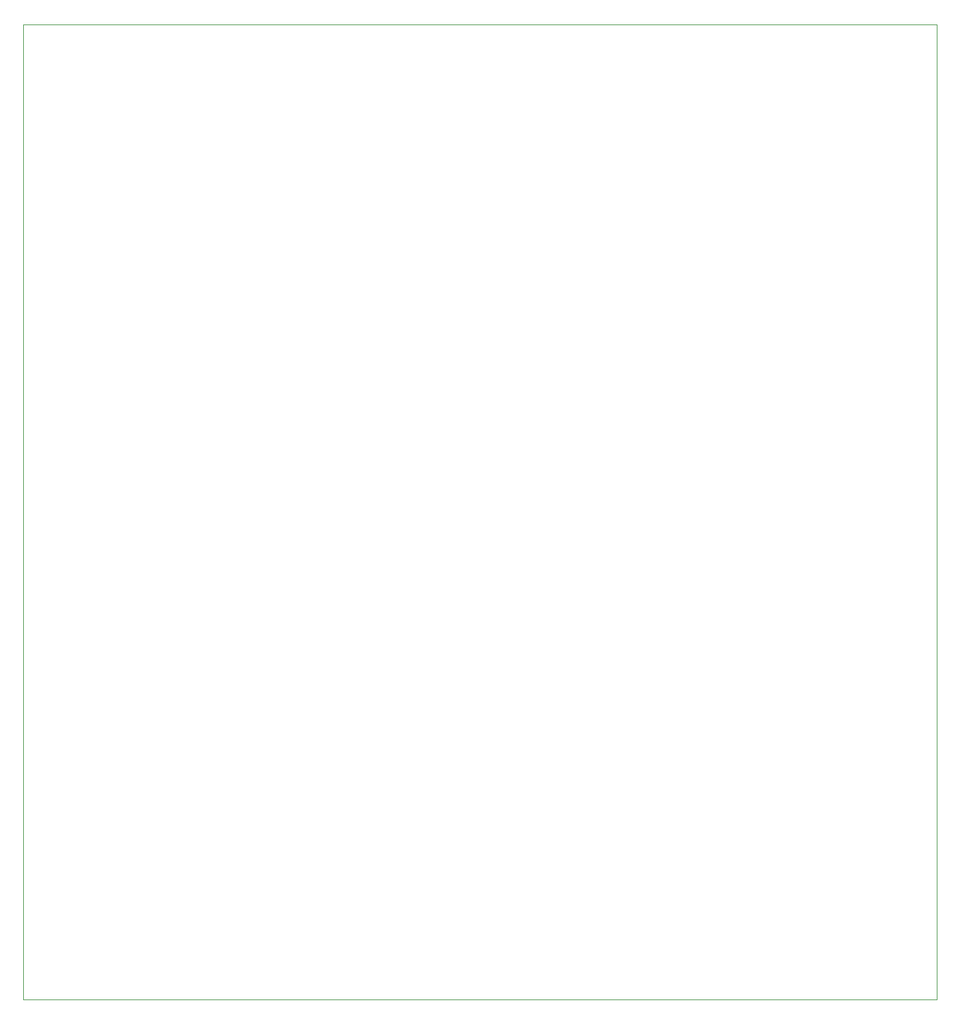
<source format=gm1>
G04 #@! TF.GenerationSoftware,KiCad,Pcbnew,(6.0.1)*
G04 #@! TF.CreationDate,2022-09-12T08:21:24+02:00*
G04 #@! TF.ProjectId,Drumbox,4472756d-626f-4782-9e6b-696361645f70,rev?*
G04 #@! TF.SameCoordinates,Original*
G04 #@! TF.FileFunction,Profile,NP*
%FSLAX46Y46*%
G04 Gerber Fmt 4.6, Leading zero omitted, Abs format (unit mm)*
G04 Created by KiCad (PCBNEW (6.0.1)) date 2022-09-12 08:21:24*
%MOMM*%
%LPD*%
G01*
G04 APERTURE LIST*
G04 #@! TA.AperFunction,Profile*
%ADD10C,0.050000*%
G04 #@! TD*
G04 APERTURE END LIST*
D10*
X59750000Y-27500000D02*
X59750000Y-155500000D01*
X59750000Y-27500000D02*
X179750000Y-27500000D01*
X179750000Y-27500000D02*
X179750000Y-155500000D01*
X179750000Y-155500000D02*
X59750000Y-155500000D01*
M02*

</source>
